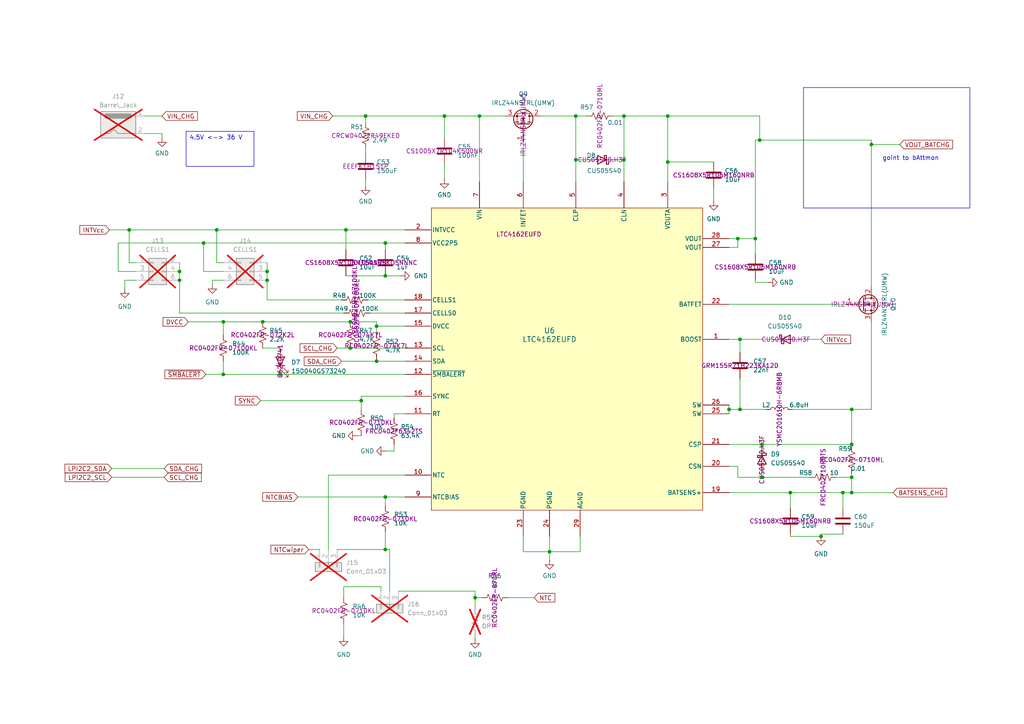
<source format=kicad_sch>
(kicad_sch (version 20250114) (generator "eeschema") (generator_version "9.0")
  (paper "A4")
  (lib_symbols
    (symbol "Connector:Barrel_Jack" (pin_names (offset 1.016))
      (property "Reference" "J" (at 0 5.334 0))
      (property "Value" "Barrel_Jack" (at 0 -5.08 0))
      (symbol "Barrel_Jack_0_1"
        (rectangle (start -5.08 3.81) (end 5.08 -3.81) (stroke (width 0.254)) (fill (type background)))
        (polyline (pts (xy -3.81 -2.54) (xy -2.54 -2.54) (xy -1.27 -1.27) (xy 0 -2.54) (xy 2.54 -2.54) (xy 5.08 -2.54)) (stroke (width 0.254)))
        (arc (start -3.302 1.905) (mid -3.9343 2.54) (end -3.302 3.175) (stroke (width 0.254)))
        (arc (start -3.302 1.905) (mid -3.9343 2.54) (end -3.302 3.175) (stroke (width 0.254)) (fill (type outline)))
        (rectangle (start 3.683 3.175) (end -3.302 1.905) (stroke (width 0.254)) (fill (type outline)))
        (polyline (pts (xy 5.08 2.54) (xy 3.81 2.54)) (stroke (width 0.254)))
      )
      (symbol "Barrel_Jack_1_1"
        (pin passive line (at 7.62 2.54 180) (length 2.54) (name "~") (number "1"))
        (pin passive line (at 7.62 -2.54 180) (length 2.54) (name "~") (number "2"))
      )
    )
    (symbol "Connector_Generic:Conn_01x03" (pin_names (offset 1.016) (hide yes))
      (property "Reference" "J" (at 0 5.08 0))
      (property "Value" "Conn_01x03" (at 0 -5.08 0))
      (symbol "Conn_01x03_1_1"
        (rectangle (start -1.27 3.81) (end 1.27 -3.81) (stroke (width 0.254)) (fill (type background)))
        (rectangle (start -1.27 2.667) (end 0 2.413) (stroke (width 0.1524)))
        (rectangle (start -1.27 0.127) (end 0 -0.127) (stroke (width 0.1524)))
        (rectangle (start -1.27 -2.413) (end 0 -2.667) (stroke (width 0.1524)))
        (pin passive line (at -5.08 2.54 0) (length 3.81) (name "Pin_1") (number "1"))
        (pin passive line (at -5.08 0 0) (length 3.81) (name "Pin_2") (number "2"))
        (pin passive line (at -5.08 -2.54 0) (length 3.81) (name "Pin_3") (number "3"))
      )
    )
    (symbol "Connector_Generic:Conn_02x03_Odd_Even" (pin_names (offset 1.016) (hide yes))
      (property "Reference" "J" (at 1.27 5.08 0))
      (property "Value" "Conn_02x03_Odd_Even" (at 1.27 -5.08 0))
      (symbol "Conn_02x03_Odd_Even_1_1"
        (rectangle (start -1.27 3.81) (end 3.81 -3.81) (stroke (width 0.254)) (fill (type background)))
        (rectangle (start -1.27 2.667) (end 0 2.413) (stroke (width 0.1524)))
        (rectangle (start -1.27 0.127) (end 0 -0.127) (stroke (width 0.1524)))
        (rectangle (start -1.27 -2.413) (end 0 -2.667) (stroke (width 0.1524)))
        (rectangle (start 3.81 2.667) (end 2.54 2.413) (stroke (width 0.1524)))
        (rectangle (start 3.81 0.127) (end 2.54 -0.127) (stroke (width 0.1524)))
        (rectangle (start 3.81 -2.413) (end 2.54 -2.667) (stroke (width 0.1524)))
        (pin passive line (at -5.08 2.54 0) (length 3.81) (name "Pin_1") (number "1"))
        (pin passive line (at -5.08 0 0) (length 3.81) (name "Pin_3") (number "3"))
        (pin passive line (at -5.08 -2.54 0) (length 3.81) (name "Pin_5") (number "5"))
        (pin passive line (at 7.62 2.54 180) (length 3.81) (name "Pin_2") (number "2"))
        (pin passive line (at 7.62 0 180) (length 3.81) (name "Pin_4") (number "4"))
        (pin passive line (at 7.62 -2.54 180) (length 3.81) (name "Pin_6") (number "6"))
      )
    )
    (symbol "Device:C" (pin_numbers (hide yes)) (pin_names (offset 0.254))
      (property "Reference" "C" (at 0.635 2.54 0))
      (property "Value" "C" (at 0.635 -2.54 0))
      (symbol "C_0_1"
        (polyline (pts (xy -2.032 0.762) (xy 2.032 0.762)) (stroke (width 0.508)))
        (polyline (pts (xy -2.032 -0.762) (xy 2.032 -0.762)) (stroke (width 0.508)))
      )
      (symbol "C_1_1"
        (pin passive line (at 0 3.81 270) (length 2.794) (name "~") (number "1"))
        (pin passive line (at 0 -3.81 90) (length 2.794) (name "~") (number "2"))
      )
    )
    (symbol "Device:D_Schottky" (pin_numbers (hide yes)) (pin_names (offset 1.016) (hide yes))
      (property "Reference" "D" (at 0 2.54 0))
      (property "Value" "D_Schottky" (at 0 -2.54 0))
      (symbol "D_Schottky_0_1"
        (polyline (pts (xy -1.905 0.635) (xy -1.905 1.27) (xy -1.27 1.27) (xy -1.27 -1.27) (xy -0.635 -1.27) (xy -0.635 -0.635)) (stroke (width 0.254)))
        (polyline (pts (xy 1.27 1.27) (xy 1.27 -1.27) (xy -1.27 0) (xy 1.27 1.27)) (stroke (width 0.254)))
        (polyline (pts (xy 1.27 0) (xy -1.27 0)))
      )
      (symbol "D_Schottky_1_1"
        (pin passive line (at -3.81 0 0) (length 2.54) (name "K") (number "1"))
        (pin passive line (at 3.81 0 180) (length 2.54) (name "A") (number "2"))
      )
    )
    (symbol "Device:L" (pin_numbers (hide yes)) (pin_names (offset 1.016) (hide yes))
      (property "Reference" "L" (at -1.27 0 90))
      (property "Value" "L" (at 1.905 0 90))
      (symbol "L_0_1"
        (arc (start 0 2.54) (mid 0.6323 1.905) (end 0 1.27))
        (arc (start 0 1.27) (mid 0.6323 0.635) (end 0 0))
        (arc (start 0 0) (mid 0.6323 -0.635) (end 0 -1.27))
        (arc (start 0 -1.27) (mid 0.6323 -1.905) (end 0 -2.54))
      )
      (symbol "L_1_1"
        (pin passive line (at 0 3.81 270) (length 1.27) (name "1") (number "1"))
        (pin passive line (at 0 -3.81 90) (length 1.27) (name "2") (number "2"))
      )
    )
    (symbol "Device:LED" (pin_numbers (hide yes)) (pin_names (offset 1.016) (hide yes))
      (property "Reference" "D" (at 0 2.54 0))
      (property "Value" "LED" (at 0 -2.54 0))
      (symbol "LED_0_1"
        (polyline (pts (xy -3.048 -0.762) (xy -4.572 -2.286) (xy -3.81 -2.286) (xy -4.572 -2.286) (xy -4.572 -1.524)))
        (polyline (pts (xy -1.778 -0.762) (xy -3.302 -2.286) (xy -2.54 -2.286) (xy -3.302 -2.286) (xy -3.302 -1.524)))
        (polyline (pts (xy -1.27 0) (xy 1.27 0)))
        (polyline (pts (xy -1.27 -1.27) (xy -1.27 1.27)) (stroke (width 0.254)))
        (polyline (pts (xy 1.27 -1.27) (xy 1.27 1.27) (xy -1.27 0) (xy 1.27 -1.27)) (stroke (width 0.254)))
      )
      (symbol "LED_1_1"
        (pin passive line (at -3.81 0 0) (length 2.54) (name "K") (number "1"))
        (pin passive line (at 3.81 0 180) (length 2.54) (name "A") (number "2"))
      )
    )
    (symbol "Device:R_US" (pin_numbers (hide yes)) (pin_names (offset 0))
      (property "Reference" "R" (at 2.54 0 90))
      (property "Value" "R_US" (at -2.54 0 90))
      (symbol "R_US_0_1"
        (polyline (pts (xy 0 2.286) (xy 0 2.54)))
        (polyline (pts (xy 0 2.286) (xy 1.016 1.905) (xy 0 1.524) (xy -1.016 1.143) (xy 0 0.762)))
        (polyline (pts (xy 0 0.762) (xy 1.016 0.381) (xy 0 0) (xy -1.016 -0.381) (xy 0 -0.762)))
        (polyline (pts (xy 0 -0.762) (xy 1.016 -1.143) (xy 0 -1.524) (xy -1.016 -1.905) (xy 0 -2.286)))
        (polyline (pts (xy 0 -2.286) (xy 0 -2.54)))
      )
      (symbol "R_US_1_1"
        (pin passive line (at 0 3.81 270) (length 1.27) (name "~") (number "1"))
        (pin passive line (at 0 -3.81 90) (length 1.27) (name "~") (number "2"))
      )
    )
    (symbol "LTC4162EUFD_LAD_PBF:LTC4162EUFD-LAD-PBF" (pin_names (offset 0.254))
      (property "Reference" "U" (at 11.684 -27.686 0))
      (property "Value" "LTC4162EUFD-LAD-PBF" (at 11.684 -30.226 0))
      (symbol "LTC4162EUFD-LAD-PBF_0_1"
        (pin power_in line (at -33.02 1.27 0) (length 7.62) (name "INTVCC") (number "2"))
        (pin power_in line (at -33.02 -2.54 0) (length 7.62) (name "VCC2P5") (number "8"))
        (pin bidirectional line (at -33.02 -19.05 0) (length 7.62) (name "CELLS1") (number "18"))
        (pin bidirectional line (at -33.02 -22.86 0) (length 7.62) (name "CELLS0") (number "17"))
        (pin power_in line (at -33.02 -26.67 0) (length 7.62) (name "DVCC") (number "15"))
        (pin input line (at -33.02 -33.02 0) (length 7.62) (name "SCL") (number "13"))
        (pin bidirectional line (at -33.02 -36.83 0) (length 7.62) (name "SDA") (number "14"))
        (pin input line (at -33.02 -46.99 0) (length 7.62) (name "SYNC") (number "16"))
        (pin unspecified line (at -33.02 -52.07 0) (length 7.62) (name "RT") (number "11"))
        (pin input line (at -33.02 -69.85 0) (length 7.62) (name "NTC") (number "10"))
        (pin output line (at -33.02 -76.2 0) (length 7.62) (name "NTCBIAS") (number "9"))
        (pin power_in line (at -11.43 15.24 270) (length 7.62) (name "VIN") (number "7"))
        (pin output line (at 1.27 15.24 270) (length 7.62) (name "INFET") (number "6"))
        (pin power_out line (at 1.27 -87.63 90) (length 7.62) (name "PGND") (number "23"))
        (pin power_out line (at 8.89 -87.63 90) (length 7.62) (name "PGND") (number "24"))
        (pin unspecified line (at 16.51 15.24 270) (length 7.62) (name "CLP") (number "5"))
        (pin power_out line (at 17.78 -87.63 90) (length 7.62) (name "AGND") (number "29"))
        (pin unspecified line (at 30.48 15.24 270) (length 7.62) (name "CLN") (number "4"))
        (pin power_in line (at 43.18 15.24 270) (length 7.62) (name "VOUTA") (number "3"))
        (pin power_in line (at 60.96 -1.27 180) (length 7.62) (name "VOUT") (number "28"))
        (pin power_in line (at 60.96 -3.81 180) (length 7.62) (name "VOUT") (number "27"))
        (pin unspecified line (at 60.96 -20.32 180) (length 7.62) (name "BATFET") (number "22"))
        (pin power_in line (at 60.96 -30.48 180) (length 7.62) (name "BOOST") (number "1"))
        (pin power_in line (at 60.96 -49.53 180) (length 7.62) (name "SW") (number "26"))
        (pin power_in line (at 60.96 -52.07 180) (length 7.62) (name "SW") (number "25"))
        (pin unspecified line (at 60.96 -60.96 180) (length 7.62) (name "CSP") (number "21"))
        (pin unspecified line (at 60.96 -67.31 180) (length 7.62) (name "CSN") (number "20"))
        (pin unspecified line (at 60.96 -74.93 180) (length 7.62) (name "BATSENS+") (number "19"))
      )
      (symbol "LTC4162EUFD-LAD-PBF_1_1"
        (rectangle (start -25.4 7.62) (end 53.34 -80.01) (fill (type background)))
        (pin output line (at -33.02 -40.64 0) (length 7.62) (name "~{SMBALERT}") (number "12"))
      )
    )
    (symbol "Transistor_FET:IRLZ44N" (pin_names (hide yes))
      (property "Reference" "Q" (at 5.08 1.905 0))
      (property "Value" "IRLZ44N" (at 5.08 0 0))
      (symbol "IRLZ44N_0_1"
        (polyline (pts (xy 0.254 1.905) (xy 0.254 -1.905)) (stroke (width 0.254)))
        (polyline (pts (xy 0.254 0) (xy -2.54 0)))
        (polyline (pts (xy 0.762 2.286) (xy 0.762 1.27)) (stroke (width 0.254)))
        (polyline (pts (xy 0.762 0.508) (xy 0.762 -0.508)) (stroke (width 0.254)))
        (polyline (pts (xy 0.762 -1.27) (xy 0.762 -2.286)) (stroke (width 0.254)))
        (polyline (pts (xy 0.762 -1.778) (xy 3.302 -1.778) (xy 3.302 1.778) (xy 0.762 1.778)))
        (polyline (pts (xy 1.016 0) (xy 2.032 0.381) (xy 2.032 -0.381) (xy 1.016 0)) (fill (type outline)))
        (circle (center 1.651 0) (radius 2.794) (stroke (width 0.254)))
        (polyline (pts (xy 2.54 2.54) (xy 2.54 1.778)))
        (circle (center 2.54 1.778) (radius 0.254) (fill (type outline)))
        (circle (center 2.54 -1.778) (radius 0.254) (fill (type outline)))
        (polyline (pts (xy 2.54 -2.54) (xy 2.54 0) (xy 0.762 0)))
        (polyline (pts (xy 2.794 0.508) (xy 2.921 0.381) (xy 3.683 0.381) (xy 3.81 0.254)))
        (polyline (pts (xy 3.302 0.381) (xy 2.921 -0.254) (xy 3.683 -0.254) (xy 3.302 0.381)))
      )
      (symbol "IRLZ44N_1_1"
        (pin input line (at -5.08 0 0) (length 2.54) (name "G") (number "1"))
        (pin passive line (at 2.54 5.08 270) (length 2.54) (name "D") (number "2"))
        (pin passive line (at 2.54 -5.08 90) (length 2.54) (name "S") (number "3"))
      )
    )
    (symbol "power:GND" (power) (pin_numbers (hide yes)) (pin_names (offset 0) (hide yes))
      (property "Value" "GND" (at 0 -3.81 0))
      (symbol "GND_0_1"
        (polyline (pts (xy 0 0) (xy 0 -1.27) (xy 1.27 -1.27) (xy 0 -2.54) (xy -1.27 -1.27) (xy 0 -1.27)))
      )
      (symbol "GND_1_1"
        (pin power_in line (at 0 0 270) (length 0) (name "~") (number "1"))
      )
    )
  )
  (rectangle (start 233.045 25.4) (end 281.305 60.325))
  (text "goint to bAttmon\n\n" (at 264.16 46.99 0) (effects (font (size 1.27 1.27))))
  (text_box "4.5V <-> 36 V" (at 53.975 38.1 0) (size 19.685 10.16) (margins 0.9525 0.9525 0.9525 0.9525) (effects (font (size 1.27 1.27)) (justify left top)))
  (junction (at 167.005 33.655))
  (junction (at 62.865 66.675))
  (junction (at 101.6 100.965))
  (junction (at 76.2 93.345))
  (junction (at 81.28 108.585))
  (junction (at 101.6 93.345))
  (junction (at 64.77 93.345))
  (junction (at 229.235 142.875))
  (junction (at 244.475 142.875))
  (junction (at 180.975 46.355))
  (junction (at 167.005 46.355))
  (junction (at 238.125 155.575))
  (junction (at 159.385 160.02))
  (junction (at 77.47 78.74))
  (junction (at 52.07 78.74))
  (junction (at 220.98 138.43))
  (junction (at 247.015 128.905))
  (junction (at 111.76 159.385))
  (junction (at 193.675 33.655))
  (junction (at 180.975 33.655))
  (junction (at 247.015 138.43))
  (junction (at 77.47 81.28))
  (junction (at 59.055 70.485))
  (junction (at 111.76 144.145))
  (junction (at 37.465 66.675))
  (junction (at 193.675 46.99))
  (junction (at 109.22 94.615))
  (junction (at 214.63 98.425))
  (junction (at 213.995 69.215))
  (junction (at 139.065 33.655))
  (junction (at 220.98 128.905))
  (junction (at 106.045 33.655))
  (junction (at 52.07 81.28))
  (junction (at 100.33 66.675))
  (junction (at 111.76 80.01))
  (junction (at 214.63 118.745))
  (junction (at 104.775 116.205))
  (junction (at 252.73 41.91))
  (junction (at 247.015 118.745))
  (junction (at 137.795 173.355))
  (junction (at 128.905 33.655))
  (junction (at 211.455 118.745))
  (junction (at 64.77 108.585))
  (junction (at 247.015 142.875))
  (junction (at 109.22 104.775))
  (junction (at 220.345 40.64))
  (junction (at 219.075 69.215))
  (junction (at 111.76 70.485))
  (wire (pts (xy 114.3 130.81) (xy 111.76 130.81)))
  (wire (pts (xy 247.015 118.745) (xy 247.015 128.905)))
  (wire (pts (xy 211.455 118.745) (xy 214.63 118.745)))
  (wire (pts (xy 220.98 129.54) (xy 220.98 128.905)))
  (wire (pts (xy 213.995 69.215) (xy 213.995 71.755)))
  (wire (pts (xy 193.675 52.705) (xy 193.675 46.99)))
  (wire (pts (xy 128.905 33.655) (xy 139.065 33.655)))
  (wire (pts (xy 109.22 93.345) (xy 109.22 94.615)))
  (wire (pts (xy 111.76 70.485) (xy 59.055 70.485)))
  (wire (pts (xy 252.73 41.91) (xy 260.985 41.91)))
  (wire (pts (xy 220.345 40.64) (xy 219.075 40.64)))
  (wire (pts (xy 97.79 100.965) (xy 101.6 100.965)))
  (wire (pts (xy 151.765 41.275) (xy 151.765 52.705)))
  (wire (pts (xy 137.795 184.15) (xy 137.795 185.42)))
  (wire (pts (xy 238.125 154.94) (xy 238.125 155.575)))
  (wire (pts (xy 113.03 159.385) (xy 111.76 159.385)))
  (wire (pts (xy 167.005 46.355) (xy 170.815 46.355)))
  (wire (pts (xy 59.055 70.485) (xy 34.29 70.485)))
  (wire (pts (xy 106.045 33.655) (xy 128.905 33.655)))
  (wire (pts (xy 211.455 71.755) (xy 213.995 71.755)))
  (wire (pts (xy 252.73 118.745) (xy 247.015 118.745)))
  (wire (pts (xy 64.77 76.2) (xy 62.865 76.2)))
  (wire (pts (xy 213.995 69.215) (xy 211.455 69.215)))
  (wire (pts (xy 211.455 135.255) (xy 213.995 135.255)))
  (wire (pts (xy 177.8 33.655) (xy 180.975 33.655)))
  (wire (pts (xy 137.795 173.355) (xy 139.7 173.355)))
  (wire (pts (xy 101.6 100.965) (xy 117.475 100.965)))
  (wire (pts (xy 252.73 41.91) (xy 252.73 40.64)))
  (wire (pts (xy 77.47 76.2) (xy 77.47 78.74)))
  (wire (pts (xy 128.905 47.625) (xy 128.905 52.07)))
  (wire (pts (xy 247.015 138.43) (xy 247.015 142.875)))
  (wire (pts (xy 219.075 40.64) (xy 219.075 69.215)))
  (wire (pts (xy 114.3 128.905) (xy 114.3 130.81)))
  (wire (pts (xy 247.015 137.16) (xy 247.015 138.43)))
  (wire (pts (xy 111.76 80.01) (xy 116.205 80.01)))
  (wire (pts (xy 111.76 72.39) (xy 111.76 70.485)))
  (wire (pts (xy 139.065 52.705) (xy 139.065 33.655)))
  (wire (pts (xy 170.18 33.655) (xy 167.005 33.655)))
  (wire (pts (xy 37.465 66.675) (xy 62.865 66.675)))
  (wire (pts (xy 64.77 78.74) (xy 59.055 78.74)))
  (wire (pts (xy 147.32 173.355) (xy 154.94 173.355)))
  (wire (pts (xy 219.075 73.66) (xy 219.075 69.215)))
  (wire (pts (xy 41.91 38.735) (xy 46.99 38.735)))
  (wire (pts (xy 214.63 98.425) (xy 224.155 98.425)))
  (wire (pts (xy 52.07 90.805) (xy 99.695 90.805)))
  (wire (pts (xy 103.505 126.365) (xy 104.775 126.365)))
  (wire (pts (xy 39.37 76.2) (xy 37.465 76.2)))
  (wire (pts (xy 106.045 35.56) (xy 106.045 33.655)))
  (wire (pts (xy 159.385 160.02) (xy 159.385 162.56)))
  (wire (pts (xy 247.015 142.875) (xy 259.08 142.875)))
  (wire (pts (xy 167.005 33.655) (xy 167.005 46.355)))
  (wire (pts (xy 100.33 66.675) (xy 100.33 72.39)))
  (wire (pts (xy 247.015 129.54) (xy 247.015 128.905)))
  (wire (pts (xy 99.695 180.975) (xy 99.695 184.785)))
  (wire (pts (xy 137.795 171.45) (xy 137.795 173.355)))
  (wire (pts (xy 151.765 160.02) (xy 159.385 160.02)))
  (wire (pts (xy 111.76 70.485) (xy 117.475 70.485)))
  (wire (pts (xy 64.77 108.585) (xy 81.28 108.585)))
  (wire (pts (xy 115.57 171.45) (xy 137.795 171.45)))
  (wire (pts (xy 193.675 33.655) (xy 220.345 33.655)))
  (wire (pts (xy 32.385 138.43) (xy 47.625 138.43)))
  (wire (pts (xy 109.22 94.615) (xy 117.475 94.615)))
  (wire (pts (xy 59.055 78.74) (xy 59.055 70.485)))
  (wire (pts (xy 220.98 138.43) (xy 220.98 137.16)))
  (wire (pts (xy 32.385 135.89) (xy 47.625 135.89)))
  (wire (pts (xy 167.005 52.705) (xy 167.005 46.355)))
  (wire (pts (xy 211.455 98.425) (xy 214.63 98.425)))
  (wire (pts (xy 220.98 138.43) (xy 234.95 138.43)))
  (wire (pts (xy 211.455 88.265) (xy 245.11 88.265)))
  (wire (pts (xy 99.695 170.18) (xy 110.49 170.18)))
  (wire (pts (xy 213.995 138.43) (xy 220.98 138.43)))
  (wire (pts (xy 168.275 160.02) (xy 168.275 155.575)))
  (wire (pts (xy 156.845 33.655) (xy 167.005 33.655)))
  (wire (pts (xy 113.03 171.45) (xy 113.03 159.385)))
  (wire (pts (xy 247.015 138.43) (xy 242.57 138.43)))
  (wire (pts (xy 54.61 93.345) (xy 64.77 93.345)))
  (wire (pts (xy 220.98 128.905) (xy 211.455 128.905)))
  (wire (pts (xy 59.69 108.585) (xy 64.77 108.585)))
  (wire (pts (xy 244.475 142.875) (xy 229.235 142.875)))
  (wire (pts (xy 231.775 98.425) (xy 238.125 98.425)))
  (wire (pts (xy 229.235 147.32) (xy 229.235 142.875)))
  (wire (pts (xy 100.33 66.675) (xy 117.475 66.675)))
  (wire (pts (xy 114.3 120.015) (xy 117.475 120.015)))
  (wire (pts (xy 252.73 40.64) (xy 220.345 40.64)))
  (wire (pts (xy 244.475 142.875) (xy 247.015 142.875)))
  (wire (pts (xy 180.975 46.355) (xy 178.435 46.355)))
  (wire (pts (xy 213.995 135.255) (xy 213.995 138.43)))
  (wire (pts (xy 62.865 76.2) (xy 62.865 66.675)))
  (wire (pts (xy 229.235 154.94) (xy 229.235 155.575)))
  (wire (pts (xy 46.99 38.735) (xy 46.99 40.005)))
  (wire (pts (xy 128.905 40.005) (xy 128.905 33.655)))
  (wire (pts (xy 77.47 86.995) (xy 99.06 86.995)))
  (wire (pts (xy 114.3 121.285) (xy 114.3 120.015)))
  (wire (pts (xy 229.87 118.745) (xy 247.015 118.745)))
  (wire (pts (xy 52.07 78.74) (xy 52.07 81.28)))
  (wire (pts (xy 99.06 104.775) (xy 109.22 104.775)))
  (wire (pts (xy 34.29 78.74) (xy 39.37 78.74)))
  (wire (pts (xy 214.63 118.745) (xy 222.25 118.745)))
  (wire (pts (xy 89.535 159.385) (xy 92.71 159.385)))
  (wire (pts (xy 244.475 147.32) (xy 244.475 142.875)))
  (wire (pts (xy 151.765 155.575) (xy 151.765 160.02)))
  (wire (pts (xy 180.975 52.705) (xy 180.975 46.355)))
  (wire (pts (xy 104.775 114.935) (xy 104.775 116.205)))
  (wire (pts (xy 77.47 81.28) (xy 77.47 86.995)))
  (wire (pts (xy 61.595 81.28) (xy 61.595 82.55)))
  (wire (pts (xy 64.77 93.345) (xy 76.2 93.345)))
  (wire (pts (xy 64.77 97.155) (xy 64.77 93.345)))
  (wire (pts (xy 37.465 66.675) (xy 37.465 76.2)))
  (wire (pts (xy 64.77 81.28) (xy 61.595 81.28)))
  (wire (pts (xy 193.675 46.99) (xy 207.01 46.99)))
  (wire (pts (xy 95.25 137.795) (xy 117.475 137.795)))
  (wire (pts (xy 193.675 46.99) (xy 193.675 33.655)))
  (wire (pts (xy 207.01 54.61) (xy 207.01 58.42)))
  (wire (pts (xy 219.075 81.28) (xy 219.075 81.915)))
  (wire (pts (xy 106.045 52.07) (xy 106.045 53.975)))
  (wire (pts (xy 31.75 66.675) (xy 37.465 66.675)))
  (wire (pts (xy 219.075 69.215) (xy 213.995 69.215)))
  (wire (pts (xy 139.065 33.655) (xy 146.685 33.655)))
  (wire (pts (xy 106.68 86.995) (xy 117.475 86.995)))
  (wire (pts (xy 34.29 70.485) (xy 34.29 78.74)))
  (wire (pts (xy 99.695 173.355) (xy 99.695 170.18)))
  (wire (pts (xy 81.28 108.585) (xy 117.475 108.585)))
  (wire (pts (xy 111.76 159.385) (xy 111.76 154.305)))
  (wire (pts (xy 193.675 33.655) (xy 180.975 33.655)))
  (wire (pts (xy 41.91 33.655) (xy 46.99 33.655)))
  (wire (pts (xy 104.775 114.935) (xy 117.475 114.935)))
  (wire (pts (xy 77.47 78.74) (xy 77.47 81.28)))
  (wire (pts (xy 109.22 104.14) (xy 109.22 104.775)))
  (wire (pts (xy 76.2 93.345) (xy 101.6 93.345)))
  (wire (pts (xy 76.2 100.965) (xy 81.28 100.965)))
  (wire (pts (xy 107.315 90.805) (xy 117.475 90.805)))
  (wire (pts (xy 229.235 155.575) (xy 238.125 155.575)))
  (wire (pts (xy 211.455 118.745) (xy 211.455 120.015)))
  (wire (pts (xy 96.52 33.655) (xy 106.045 33.655)))
  (wire (pts (xy 252.73 93.345) (xy 252.73 118.745)))
  (wire (pts (xy 159.385 155.575) (xy 159.385 160.02)))
  (wire (pts (xy 101.6 93.345) (xy 109.22 93.345)))
  (wire (pts (xy 229.235 142.875) (xy 211.455 142.875)))
  (wire (pts (xy 36.195 81.28) (xy 39.37 81.28)))
  (wire (pts (xy 104.775 116.205) (xy 104.775 118.745)))
  (wire (pts (xy 159.385 160.02) (xy 168.275 160.02)))
  (wire (pts (xy 111.76 144.145) (xy 117.475 144.145)))
  (wire (pts (xy 244.475 154.94) (xy 238.125 154.94)))
  (wire (pts (xy 62.865 66.675) (xy 100.33 66.675)))
  (wire (pts (xy 86.36 144.145) (xy 111.76 144.145)))
  (wire (pts (xy 220.345 33.655) (xy 220.345 40.64)))
  (wire (pts (xy 211.455 117.475) (xy 211.455 118.745)))
  (wire (pts (xy 247.015 128.905) (xy 220.98 128.905)))
  (wire (pts (xy 111.76 144.145) (xy 111.76 146.685)))
  (wire (pts (xy 52.07 76.2) (xy 52.07 78.74)))
  (wire (pts (xy 97.79 159.385) (xy 111.76 159.385)))
  (wire (pts (xy 252.73 41.91) (xy 252.73 83.185)))
  (wire (pts (xy 64.77 104.775) (xy 64.77 108.585)))
  (wire (pts (xy 52.07 81.28) (xy 52.07 90.805)))
  (wire (pts (xy 106.045 43.18) (xy 106.045 44.45)))
  (wire (pts (xy 100.33 80.01) (xy 111.76 80.01)))
  (wire (pts (xy 109.22 104.775) (xy 117.475 104.775)))
  (wire (pts (xy 180.975 33.655) (xy 180.975 46.355)))
  (wire (pts (xy 109.22 94.615) (xy 109.22 96.52)))
  (wire (pts (xy 219.075 81.915) (xy 222.885 81.915)))
  (wire (pts (xy 214.63 109.855) (xy 214.63 118.745)))
  (wire (pts (xy 95.25 159.385) (xy 95.25 137.795)))
  (wire (pts (xy 36.195 83.82) (xy 36.195 81.28)))
  (wire (pts (xy 137.795 176.53) (xy 137.795 173.355)))
  (wire (pts (xy 214.63 98.425) (xy 214.63 102.235)))
  (wire (pts (xy 75.565 116.205) (xy 104.775 116.205)))
  (wire (pts (xy 110.49 170.18) (xy 110.49 171.45)))
  (global_label "INTVcc" (shape input) (at 238.125 98.425 0) (property "Intersheetrefs" "${INTERSHEET_REFS}" (effects (hide yes))))
  (global_label "LPI2C2_SCL" (shape input) (at 32.385 138.43 180) (property "Intersheetrefs" "${INTERSHEET_REFS}" (effects (hide yes))))
  (global_label "BATSENS_CHG" (shape input) (at 259.08 142.875 0) (property "Intersheetrefs" "${INTERSHEET_REFS}" (effects (hide yes))))
  (global_label "VIN_CHG" (shape input) (at 46.99 33.655 0) (property "Intersheetrefs" "${INTERSHEET_REFS}" (effects (hide yes))))
  (global_label "SCL_CHG" (shape input) (at 47.625 138.43 0) (property "Intersheetrefs" "${INTERSHEET_REFS}" (effects (hide yes))))
  (global_label "VIN_CHG" (shape input) (at 96.52 33.655 180) (property "Intersheetrefs" "${INTERSHEET_REFS}" (effects (hide yes))))
  (global_label "DVCC" (shape input) (at 54.61 93.345 180) (property "Intersheetrefs" "${INTERSHEET_REFS}" (effects (hide yes))))
  (global_label "SDA_CHG" (shape input) (at 47.625 135.89 0) (property "Intersheetrefs" "${INTERSHEET_REFS}" (effects (hide yes))))
  (global_label "INTVcc" (shape input) (at 31.75 66.675 180) (property "Intersheetrefs" "${INTERSHEET_REFS}" (effects (hide yes))))
  (global_label "SCL_CHG" (shape input) (at 97.79 100.965 180) (property "Intersheetrefs" "${INTERSHEET_REFS}" (effects (hide yes))))
  (global_label "~{SMBALERT}" (shape input) (at 59.69 108.585 180) (property "Intersheetrefs" "${INTERSHEET_REFS}" (effects (hide yes))))
  (global_label "LPI2C2_SDA" (shape input) (at 32.385 135.89 180) (property "Intersheetrefs" "${INTERSHEET_REFS}" (effects (hide yes))))
  (global_label "NTCwiper" (shape input) (at 89.535 159.385 180) (property "Intersheetrefs" "${INTERSHEET_REFS}" (effects (hide yes))))
  (global_label "SYNC" (shape input) (at 75.565 116.205 180) (property "Intersheetrefs" "${INTERSHEET_REFS}" (effects (hide yes))))
  (global_label "SDA_CHG" (shape input) (at 99.06 104.775 180) (property "Intersheetrefs" "${INTERSHEET_REFS}" (effects (hide yes))))
  (global_label "NTC" (shape input) (at 154.94 173.355 0) (property "Intersheetrefs" "${INTERSHEET_REFS}" (effects (hide yes))))
  (global_label "VOUT_BATCHG" (shape input) (at 260.985 41.91 0) (property "Intersheetrefs" "${INTERSHEET_REFS}" (effects (hide yes))))
  (global_label "NTCBIAS" (shape input) (at 86.36 144.145 180) (property "Intersheetrefs" "${INTERSHEET_REFS}" (effects (hide yes))))
  (symbol (lib_id "Device:C") (at 106.045 48.26 0) (unit 1)
    (property "Reference" "C53" (at 109.22 46.9899 0) (effects (justify left)))
    (property "Value" "150uF" (at 109.22 49.5299 0) (effects (justify left)))
    (property "Footprint" "Capacitor_SMD:CP_Elec_10x10.5" (effects (hide yes)))
    (property "Description" "Unpolarized capacitor" (effects (hide yes)))
    (property "Manufacturer_Part_Number" "EEEFK1H151P" (at 106.045 48.26 0))
  )
  (symbol (lib_id "Device:R_US") (at 99.695 177.165 0) (unit 1)
    (property "Reference" "R46" (at 102.235 175.8949 0) (effects (justify left)))
    (property "Value" "10K" (at 102.235 178.4349 0) (effects (justify left)))
    (property "Footprint" "Resistor_SMD:R_0402_1005Metric" (effects (hide yes)))
    (property "Description" "Resistor, US symbol" (effects (hide yes)))
    (property "Manufacturer_Part_Number" "RC0402FR-0710KL" (at 99.695 177.165 0))
  )
  (symbol (lib_id "Device:R_US") (at 143.51 173.355 90) (unit 1)
    (property "Reference" "R56" (at 143.51 167.005 90))
    (property "Value" "0" (at 143.51 169.545 90))
    (property "Footprint" "Resistor_SMD:R_0402_1005Metric" (effects (hide yes)))
    (property "Description" "Resistor, US symbol" (effects (hide yes)))
    (property "Manufacturer_Part_Number" "RC0402FR-070RL" (at 143.51 173.355 0))
  )
  (symbol (lib_id "Device:R_US") (at 106.045 39.37 0) (unit 1)
    (property "Reference" "R51" (at 101.6 36.83 0) (effects (justify left)))
    (property "Value" "2.49" (at 107.95 40.6399 0) (effects (justify left)))
    (property "Footprint" "Resistor_SMD:R_0402_1005Metric" (effects (hide yes)))
    (property "Description" "Resistor, US symbol" (effects (hide yes)))
    (property "Manufacturer_Part_Number" "CRCW04022R49FKED" (at 106.045 39.37 0))
  )
  (symbol (lib_id "Device:C") (at 207.01 50.8 0) (unit 1)
    (property "Reference" "C56" (at 210.185 49.5299 0) (effects (justify left)))
    (property "Value" "10uF" (at 210.185 52.0699 0) (effects (justify left)))
    (property "Footprint" "Capacitor_SMD:C_0603_1608Metric" (effects (hide yes)))
    (property "Description" "Unpolarized capacitor" (effects (hide yes)))
    (property "Manufacturer_Part_Number" "CS1608X5R106M160NRB" (at 207.01 50.8 0))
  )
  (symbol (lib_id "power:GND") (at 103.505 126.365 270) (unit 1)
    (property "Reference" "#PWR078" (effects (hide yes)))
    (property "Value" "GND" (at 100.33 126.3649 90) (effects (justify right)))
    (property "Description" "Power symbol creates a global label with name \"GND\" , ground" (effects (hide yes)))
  )
  (symbol (lib_id "Connector_Generic:Conn_02x03_Odd_Even") (at 72.39 78.74 0) (mirror y) (unit 1) (dnp yes)
    (property "Reference" "J14" (at 71.12 69.85 0))
    (property "Value" "CELLS1" (at 71.12 72.39 0))
    (property "Footprint" "Connector_PinHeader_2.54mm:PinHeader_2x03_P2.54mm_Vertical" (effects (hide yes)))
    (property "Description" "Generic connector, double row, 02x03, odd/even pin numbering scheme (row 1 odd numbers, row 2 even numbers), script generated (kicad-library-utils/schlib/autogen/connector/)" (effects (hide yes)))
  )
  (symbol (lib_id "Device:C") (at 219.075 77.47 0) (unit 1)
    (property "Reference" "C58" (at 222.885 76.1999 0) (effects (justify left)))
    (property "Value" "10uF" (at 222.885 78.7399 0) (effects (justify left)))
    (property "Footprint" "Capacitor_SMD:C_0603_1608Metric" (effects (hide yes)))
    (property "Description" "Unpolarized capacitor" (effects (hide yes)))
    (property "Manufacturer_Part_Number" "CS1608X5R106M160NRB" (at 219.075 77.47 0))
  )
  (symbol (lib_id "Device:C") (at 111.76 76.2 0) (unit 1)
    (property "Reference" "C54" (at 114.935 74.9299 0) (effects (justify left)))
    (property "Value" "1uF" (at 114.935 77.4699 0) (effects (justify left)))
    (property "Footprint" "Capacitor_SMD:C_0402_1005Metric" (effects (hide yes)))
    (property "Description" "Unpolarized capacitor" (effects (hide yes)))
    (property "Manufacturer_Part_Number" "CL05A105KO5NNNC" (at 111.76 76.2 0))
  )
  (symbol (lib_id "Device:R_US") (at 111.76 150.495 0) (unit 1)
    (property "Reference" "R53" (at 114.3 149.2249 0) (effects (justify left)))
    (property "Value" "10K" (at 114.3 151.7649 0) (effects (justify left)))
    (property "Footprint" "Resistor_SMD:R_0402_1005Metric" (effects (hide yes)))
    (property "Description" "Resistor, US symbol" (effects (hide yes)))
    (property "Manufacturer_Part_Number" "RC0402FR-0710KL" (at 111.76 150.495 0))
  )
  (symbol (lib_id "power:GND") (at 116.205 80.01 90) (unit 1)
    (property "Reference" "#PWR081" (effects (hide yes)))
    (property "Value" "GND" (at 120.015 80.0099 90) (effects (justify right)))
    (property "Description" "Power symbol creates a global label with name \"GND\" , ground" (effects (hide yes)))
  )
  (symbol (lib_id "Device:R_US") (at 76.2 97.155 0) (unit 1)
    (property "Reference" "R45" (at 78.105 95.8849 0) (effects (justify left)))
    (property "Value" "2.2K" (at 78.105 98.4249 0) (effects (justify left)))
    (property "Footprint" "Resistor_SMD:R_0402_1005Metric" (effects (hide yes)))
    (property "Description" "Resistor, US symbol" (effects (hide yes)))
    (property "Manufacturer_Part_Number" "RC0402FR-072K2L" (at 76.2 97.155 0))
  )
  (symbol (lib_id "power:GND") (at 61.595 82.55 0) (unit 1)
    (property "Reference" "#PWR076" (effects (hide yes)))
    (property "Value" "GND" (at 61.595 87.63 0))
    (property "Description" "Power symbol creates a global label with name \"GND\" , ground" (effects (hide yes)))
  )
  (symbol (lib_id "power:GND") (at 106.045 53.975 0) (unit 1)
    (property "Reference" "#PWR079" (effects (hide yes)))
    (property "Value" "GND" (at 106.045 58.42 0))
    (property "Description" "Power symbol creates a global label with name \"GND\" , ground" (effects (hide yes)))
  )
  (symbol (lib_id "Device:R_US") (at 109.22 100.33 0) (unit 1)
    (property "Reference" "R52" (at 111.76 99.0599 0) (effects (justify left)))
    (property "Value" "4.7K" (at 111.76 101.5999 0) (effects (justify left)))
    (property "Footprint" "Resistor_SMD:R_0402_1005Metric" (effects (hide yes)))
    (property "Description" "Resistor, US symbol" (effects (hide yes)))
    (property "Manufacturer_Part_Number" "RC0402FR-074K7L" (at 109.22 100.33 0))
  )
  (symbol (lib_id "Connector_Generic:Conn_01x03") (at 113.03 176.53 90) (mirror x) (unit 1) (dnp yes)
    (property "Reference" "J16" (at 118.11 175.2599 90) (effects (justify right)))
    (property "Value" "Conn_01x03" (at 118.11 177.7999 90) (effects (justify right)))
    (property "Footprint" "Connector_PinHeader_2.54mm:PinHeader_1x03_P2.54mm_Vertical" (effects (hide yes)))
    (property "Description" "Generic connector, single row, 01x03, script generated (kicad-library-utils/schlib/autogen/connector/)" (effects (hide yes)))
  )
  (symbol (lib_id "power:GND") (at 137.795 185.42 0) (unit 1)
    (property "Reference" "#PWR083" (effects (hide yes)))
    (property "Value" "GND" (at 137.795 189.865 0))
    (property "Description" "Power symbol creates a global label with name \"GND\" , ground" (effects (hide yes)))
  )
  (symbol (lib_id "Transistor_FET:IRLZ44N") (at 151.765 36.195 270) (mirror x) (unit 1)
    (property "Reference" "Q9" (at 151.765 27.305 90))
    (property "Value" "IRLZ44NSTRL(UMW)" (at 151.765 29.845 90))
    (property "Footprint" "Package_TO_SOT_SMD:TO-263-2" (effects (hide yes)))
    (property "Datasheet" "http://www.irf.com/product-info/datasheets/data/irlz44n.pdf" (effects (hide yes)))
    (property "Description" "47A Id, 55V Vds, 22mOhm Rds Single N-Channel HEXFET Power MOSFET, TO-220AB" (effects (hide yes)))
    (property "Manufacturer_Part_Number" "IRLZ44NSTRL(UMW)" (at 151.765 36.195 0))
  )
  (symbol (lib_id "Device:C") (at 244.475 151.13 0) (unit 1)
    (property "Reference" "C60" (at 247.65 149.8599 0) (effects (justify left)))
    (property "Value" "150uF" (at 247.65 152.3999 0) (effects (justify left)))
    (property "Footprint" "Capacitor_SMD:CP_Elec_10x10.5" (effects (hide yes)))
    (property "Description" "Unpolarized capacitor" (effects (hide yes)))
    (property "JLCPARTS" "EEEFK1H151P" (effects (hide yes)))
    (property "Manufacture" "EEEFK1H151P" (effects (hide yes)))
    (property "Manufacturer_Part_Number" "EEEFK1H151P" (effects (hide yes)))
  )
  (symbol (lib_id "Device:C") (at 100.33 76.2 0) (unit 1)
    (property "Reference" "C52" (at 104.14 74.9299 0) (effects (justify left)))
    (property "Value" "10uF" (at 104.14 77.4699 0) (effects (justify left)))
    (property "Footprint" "Capacitor_SMD:C_0603_1608Metric" (effects (hide yes)))
    (property "Description" "Unpolarized capacitor" (effects (hide yes)))
    (property "Manufacturer_Part_Number" "CS1608X5R106M160NRB" (at 100.33 76.2 0))
  )
  (symbol (lib_id "Device:R_US") (at 114.3 125.095 0) (unit 1)
    (property "Reference" "R54" (at 116.205 123.8249 0) (effects (justify left)))
    (property "Value" "63.4K" (at 116.205 126.3649 0) (effects (justify left)))
    (property "Footprint" "Resistor_SMD:R_0402_1005Metric" (effects (hide yes)))
    (property "Description" "Resistor, US symbol" (effects (hide yes)))
    (property "Manufacturer_Part_Number" "FRC0402F6342TS" (at 114.3 125.095 0))
  )
  (symbol (lib_id "Connector:Barrel_Jack") (at 34.29 36.195 0) (unit 1) (dnp yes)
    (property "Reference" "J12" (at 34.29 27.94 0))
    (property "Value" "Barrel_Jack" (at 34.29 30.48 0))
    (property "Footprint" "Connector_BarrelJack:BarrelJack_Horizontal" (effects (hide yes)))
    (property "Description" "DC Barrel Jack" (effects (hide yes)))
  )
  (symbol (lib_id "power:GND") (at 99.695 184.785 0) (unit 1)
    (property "Reference" "#PWR077" (effects (hide yes)))
    (property "Value" "GND" (at 99.695 189.865 0))
    (property "Description" "Power symbol creates a global label with name \"GND\" , ground" (effects (hide yes)))
  )
  (symbol (lib_id "Device:R_US") (at 137.795 180.34 180) (unit 1) (dnp yes)
    (property "Reference" "R55" (at 139.7 179.0699 0) (effects (justify right)))
    (property "Value" "OPT" (at 139.7 181.6099 0) (effects (justify right)))
    (property "Footprint" "Resistor_SMD:R_0402_1005Metric" (effects (hide yes)))
    (property "Description" "Resistor, US symbol" (effects (hide yes)))
  )
  (symbol (lib_id "Device:R_US") (at 238.76 138.43 90) (unit 1)
    (property "Reference" "R58" (at 233.68 137.16 90))
    (property "Value" "10" (at 241.935 137.16 90))
    (property "Footprint" "Resistor_SMD:R_0402_1005Metric" (effects (hide yes)))
    (property "Description" "Resistor, US symbol" (effects (hide yes)))
    (property "Manufacturer_Part_Number" "FRC0402F10R0TS" (at 238.76 138.43 0))
  )
  (symbol (lib_id "power:GND") (at 222.885 81.915 90) (unit 1)
    (property "Reference" "#PWR086" (effects (hide yes)))
    (property "Value" "GND" (at 226.06 81.9149 90) (effects (justify right)))
    (property "Description" "Power symbol creates a global label with name \"GND\" , ground" (effects (hide yes)))
  )
  (symbol (lib_id "Device:D_Schottky") (at 174.625 46.355 180) (unit 1)
    (property "Reference" "D8" (at 171.45 45.085 0))
    (property "Value" "CUS05S40" (at 175.26 49.53 0))
    (property "Footprint" "Diode_SMD:D_SOD-323" (effects (hide yes)))
    (property "Description" "Schottky diode" (effects (hide yes)))
    (property "Manufacturer_Part_Number" "CUS05S40.H3F" (at 174.625 46.355 0))
  )
  (symbol (lib_id "Device:R_US") (at 247.015 133.35 0) (unit 1)
    (property "Reference" "R59" (at 245.11 130.175 0))
    (property "Value" "0.01" (at 248.92 135.89 0))
    (property "Footprint" "Resistor_SMD:R_0402_1005Metric" (effects (hide yes)))
    (property "Description" "Resistor, US symbol" (effects (hide yes)))
    (property "Manufacturer_Part_Number" "RC0402FR-0710ML" (at 247.015 133.35 0))
  )
  (symbol (lib_id "Device:R_US") (at 64.77 100.965 0) (unit 1)
    (property "Reference" "R44" (at 67.31 99.6949 0) (effects (justify left)))
    (property "Value" "100K" (at 67.31 102.2349 0) (effects (justify left)))
    (property "Footprint" "Resistor_SMD:R_0402_1005Metric" (effects (hide yes)))
    (property "Description" "Resistor, US symbol" (effects (hide yes)))
    (property "Manufacturer_Part_Number" "RC0402FR-07100KL" (at 64.77 100.965 0))
  )
  (symbol (lib_id "Device:C") (at 214.63 106.045 0) (unit 1)
    (property "Reference" "C57" (at 218.44 104.7749 0) (effects (justify left)))
    (property "Value" "22nF" (at 218.44 107.3149 0) (effects (justify left)))
    (property "Footprint" "Capacitor_SMD:C_0402_1005Metric" (effects (hide yes)))
    (property "Description" "Unpolarized capacitor" (effects (hide yes)))
    (property "Manufacturer_Part_Number" "GRM155R71H223KA12D" (at 214.63 106.045 0))
  )
  (symbol (lib_id "Device:C") (at 128.905 43.815 0) (unit 1)
    (property "Reference" "C55" (at 132.715 42.5449 0) (effects (justify left)))
    (property "Value" "100nF" (at 132.715 45.0849 0) (effects (justify left)))
    (property "Footprint" "Capacitor_SMD:C_0402_1005Metric" (effects (hide yes)))
    (property "Description" "Unpolarized capacitor" (effects (hide yes)))
    (property "Manufacturer_Part_Number" "CS1005X7R104K500NR" (at 128.905 43.815 0))
  )
  (symbol (lib_id "Device:R_US") (at 173.99 33.655 270) (unit 1)
    (property "Reference" "R57" (at 170.18 31.115 90))
    (property "Value" "0.01" (at 178.435 35.56 90))
    (property "Footprint" "Resistor_SMD:R_0402_1005Metric" (effects (hide yes)))
    (property "Description" "Resistor, US symbol" (effects (hide yes)))
    (property "Manufacturer_Part_Number" "RC0402FR-0710ML" (at 173.99 33.655 0))
  )
  (symbol (lib_id "Device:C") (at 229.235 151.13 0) (unit 1)
    (property "Reference" "C59" (at 232.41 149.8599 0) (effects (justify left)))
    (property "Value" "10uF" (at 232.41 152.3999 0) (effects (justify left)))
    (property "Footprint" "Capacitor_SMD:C_0603_1608Metric" (effects (hide yes)))
    (property "Description" "Unpolarized capacitor" (effects (hide yes)))
    (property "Manufacturer_Part_Number" "CS1608X5R106M160NRB" (at 229.235 151.13 0))
  )
  (symbol (lib_id "power:GND") (at 46.99 40.005 0) (unit 1)
    (property "Reference" "#PWR075" (effects (hide yes)))
    (property "Value" "GND" (at 46.99 44.45 0))
    (property "Description" "Power symbol creates a global label with name \"GND\" , ground" (effects (hide yes)))
  )
  (symbol (lib_id "power:GND") (at 207.01 58.42 0) (unit 1)
    (property "Reference" "#PWR085" (effects (hide yes)))
    (property "Value" "GND" (at 207.01 63.5 0))
    (property "Description" "Power symbol creates a global label with name \"GND\" , ground" (effects (hide yes)))
  )
  (symbol (lib_id "Device:L") (at 226.06 118.745 90) (unit 1)
    (property "Reference" "L2" (at 222.25 117.475 90))
    (property "Value" "6.8uH" (at 231.775 117.475 90))
    (property "Footprint" "Inductor_SMD:L_Murata_DFE201610P" (effects (hide yes)))
    (property "Description" "Inductor" (effects (hide yes)))
    (property "PartNum" "MAI201610S-6R8MT" (effects (hide yes)))
    (property "Manufacturer_Part_Number" "YSMC201610H-6R8MB" (at 226.06 118.745 0))
  )
  (symbol (lib_id "power:GND") (at 111.76 130.81 270) (unit 1)
    (property "Reference" "#PWR080" (effects (hide yes)))
    (property "Value" "GND" (at 108.585 130.8099 90) (effects (justify right)))
    (property "Description" "Power symbol creates a global label with name \"GND\" , ground" (effects (hide yes)))
  )
  (symbol (lib_id "Device:LED") (at 81.28 104.775 90) (unit 1)
    (property "Reference" "D7" (at 84.455 105.0924 90) (effects (justify right)))
    (property "Value" "150040GS73240" (at 84.455 107.6324 90) (effects (justify right)))
    (property "Footprint" "LED_SMD:LED_0402_1005Metric" (effects (hide yes)))
    (property "Description" "Light emitting diode" (effects (hide yes)))
    (property "Manufacturer_Part_Number" "C6210741" (at 81.28 104.775 0))
  )
  (symbol (lib_id "power:GND") (at 159.385 162.56 0) (unit 1)
    (property "Reference" "#PWR084" (effects (hide yes)))
    (property "Value" "GND" (at 159.385 167.005 0))
    (property "Description" "Power symbol creates a global label with name \"GND\" , ground" (effects (hide yes)))
  )
  (symbol (lib_id "Connector_Generic:Conn_02x03_Odd_Even") (at 44.45 78.74 0) (unit 1) (dnp yes)
    (property "Reference" "J13" (at 45.72 69.85 0))
    (property "Value" "CELLS1" (at 45.72 72.39 0))
    (property "Footprint" "Connector_PinHeader_2.54mm:PinHeader_2x03_P2.54mm_Vertical" (effects (hide yes)))
    (property "Description" "Generic connector, double row, 02x03, odd/even pin numbering scheme (row 1 odd numbers, row 2 even numbers), script generated (kicad-library-utils/schlib/autogen/connector/)" (effects (hide yes)))
  )
  (symbol (lib_id "Transistor_FET:IRLZ44N") (at 250.19 88.265 0) (unit 1)
    (property "Reference" "Q10" (at 259.08 88.265 90))
    (property "Value" "IRLZ44NSTRL(UMW)" (at 256.54 88.265 90))
    (property "Footprint" "Package_TO_SOT_SMD:TO-263-2" (effects (hide yes)))
    (property "Datasheet" "http://www.irf.com/product-info/datasheets/data/irlz44n.pdf" (effects (hide yes)))
    (property "Description" "47A Id, 55V Vds, 22mOhm Rds Single N-Channel HEXFET Power MOSFET, TO-220AB" (effects (hide yes)))
    (property "Manufacturer_Part_Number" "IRLZ44NSTRL(UMW)" (at 250.19 88.265 0))
  )
  (symbol (lib_id "Device:D_Schottky") (at 227.965 98.425 0) (unit 1)
    (property "Reference" "D10" (at 227.6475 92.075 0))
    (property "Value" "CUS05S40" (at 227.6475 94.615 0))
    (property "Footprint" "Diode_SMD:D_SOD-323" (effects (hide yes)))
    (property "Description" "Schottky diode" (effects (hide yes)))
    (property "Manufacturer_Part_Number" "CUS05S40.H3F" (at 227.965 98.425 0))
  )
  (symbol (lib_id "power:GND") (at 238.125 155.575 0) (unit 1)
    (property "Reference" "#PWR087" (effects (hide yes)))
    (property "Value" "GND" (at 238.125 160.655 0))
    (property "Description" "Power symbol creates a global label with name \"GND\" , ground" (effects (hide yes)))
  )
  (symbol (lib_id "Device:R_US") (at 102.87 86.995 90) (unit 1)
    (property "Reference" "R48" (at 98.425 85.725 90))
    (property "Value" "100K" (at 106.68 85.725 90))
    (property "Footprint" "Resistor_SMD:R_0402_1005Metric" (effects (hide yes)))
    (property "Description" "Resistor, US symbol" (effects (hide yes)))
    (property "Manufacturer_Part_Number" "RC0402FR-07100KL" (at 102.87 86.995 0))
  )
  (symbol (lib_id "Device:R_US") (at 103.505 90.805 90) (unit 1)
    (property "Reference" "R49" (at 99.06 89.535 90))
    (property "Value" "100K" (at 107.315 89.535 90))
    (property "Footprint" "Resistor_SMD:R_0402_1005Metric" (effects (hide yes)))
    (property "Description" "Resistor, US symbol" (effects (hide yes)))
    (property "Manufacturer_Part_Number" "RC0402FR-07100KL" (at 103.505 90.805 0))
  )
  (symbol (lib_id "Connector_Generic:Conn_01x03") (at 95.25 164.465 90) (mirror x) (unit 1) (dnp yes)
    (property "Reference" "J15" (at 100.33 163.1949 90) (effects (justify right)))
    (property "Value" "Conn_01x03" (at 100.33 165.7349 90) (effects (justify right)))
    (property "Footprint" "Connector_PinHeader_2.54mm:PinHeader_1x03_P2.54mm_Vertical" (effects (hide yes)))
    (property "Description" "Generic connector, single row, 01x03, script generated (kicad-library-utils/schlib/autogen/connector/)" (effects (hide yes)))
  )
  (symbol (lib_id "Device:R_US") (at 101.6 97.155 180) (unit 1)
    (property "Reference" "R47" (at 104.14 95.8849 0) (effects (justify right)))
    (property "Value" "4.7K" (at 104.14 98.4249 0) (effects (justify right)))
    (property "Footprint" "Resistor_SMD:R_0402_1005Metric" (effects (hide yes)))
    (property "Description" "Resistor, US symbol" (effects (hide yes)))
    (property "Manufacturer_Part_Number" "RC0402FR-074K7L" (at 101.6 97.155 0))
  )
  (symbol (lib_id "power:GND") (at 36.195 83.82 0) (unit 1)
    (property "Reference" "#PWR074" (effects (hide yes)))
    (property "Value" "GND" (at 36.195 88.9 0))
    (property "Description" "Power symbol creates a global label with name \"GND\" , ground" (effects (hide yes)))
  )
  (symbol (lib_id "LTC4162EUFD_LAD_PBF:LTC4162EUFD-LAD-PBF") (at 150.495 67.945 0) (unit 1)
    (property "Reference" "U6" (at 159.385 95.885 0) (effects (font (size 1.524 1.524))))
    (property "Value" "LTC4162EUFD" (at 159.385 98.425 0) (effects (font (size 1.524 1.524))))
    (property "Footprint" "footprints:05-08-1712_ADI" (effects (hide yes)))
    (property "Datasheet" "LTC4162EUFD-LAD-PBF" (effects (hide yes)))
    (property "Manufacturer_Part_Number" "LTC4162EUFD" (at 150.495 67.945 0))
  )
  (symbol (lib_id "Device:D_Schottky") (at 220.98 133.35 270) (unit 1)
    (property "Reference" "D9" (at 223.52 131.7624 90) (effects (justify left)))
    (property "Value" "CUS05S40" (at 223.52 134.3024 90) (effects (justify left)))
    (property "Footprint" "Diode_SMD:D_SOD-323" (effects (hide yes)))
    (property "Description" "Schottky diode" (effects (hide yes)))
    (property "Manufacturer_Part_Number" "CUS05S40.H3F" (at 220.98 133.35 0))
  )
  (symbol (lib_id "Device:R_US") (at 104.775 122.555 0) (unit 1)
    (property "Reference" "R50" (at 107.315 121.2849 0) (effects (justify left)))
    (property "Value" "10K" (at 107.315 123.8249 0) (effects (justify left)))
    (property "Footprint" "Resistor_SMD:R_0402_1005Metric" (effects (hide yes)))
    (property "Description" "Resistor, US symbol" (effects (hide yes)))
    (property "Manufacturer_Part_Number" "RC0402FR-0710KL" (at 104.775 122.555 0))
  )
  (symbol (lib_id "power:GND") (at 128.905 52.07 0) (unit 1)
    (property "Reference" "#PWR082" (effects (hide yes)))
    (property "Value" "GND" (at 128.905 56.515 0))
    (property "Description" "Power symbol creates a global label with name \"GND\" , ground" (effects (hide yes)))
  )
)
</source>
